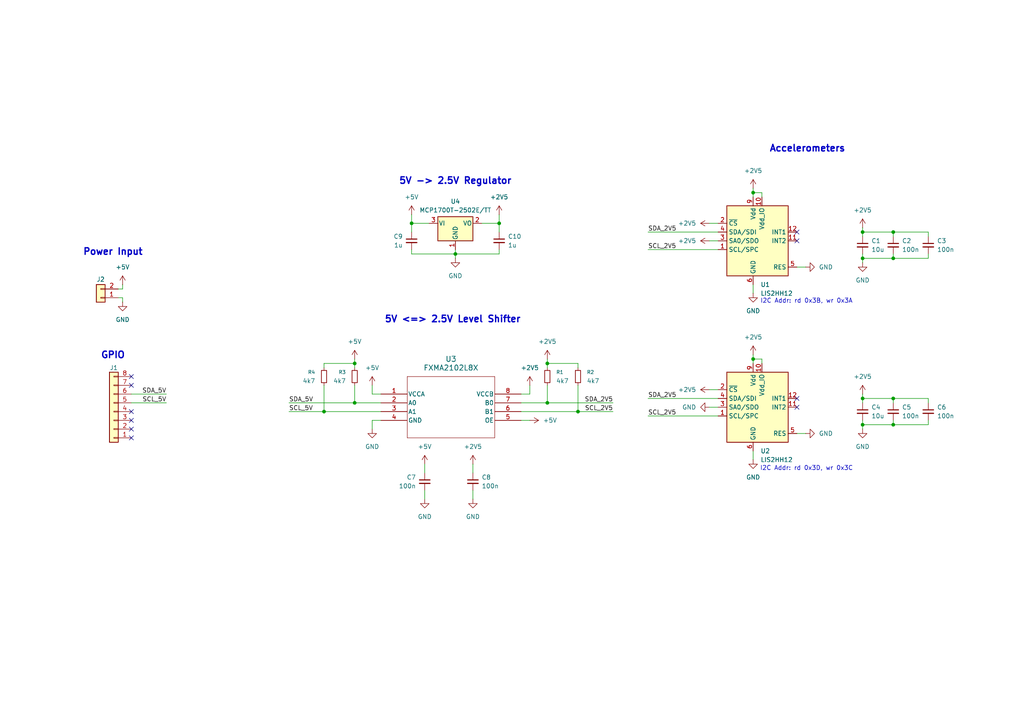
<source format=kicad_sch>
(kicad_sch (version 20250114) (generator "eeschema") (generator_version "9.0")
  (paper "A4")
  (lib_symbols
    (symbol "Connector_Generic:Conn_01x02" (pin_names (offset 1.016) (hide yes))
      (property "Reference" "J" (at 0 2.54 0))
      (property "Value" "Conn_01x02" (at 0 -5.08 0))
      (symbol "Conn_01x02_1_1"
        (rectangle (start -1.27 1.27) (end 1.27 -3.81) (stroke (width 0.254)) (fill (type background)))
        (rectangle (start -1.27 0.127) (end 0 -0.127) (stroke (width 0.1524)))
        (rectangle (start -1.27 -2.413) (end 0 -2.667) (stroke (width 0.1524)))
        (pin passive line (at -5.08 0 0) (length 3.81) (name "Pin_1") (number "1"))
        (pin passive line (at -5.08 -2.54 0) (length 3.81) (name "Pin_2") (number "2"))
      )
    )
    (symbol "Connector_Generic:Conn_01x08" (pin_names (offset 1.016) (hide yes))
      (property "Reference" "J" (at 0 10.16 0))
      (property "Value" "Conn_01x08" (at 0 -12.7 0))
      (symbol "Conn_01x08_1_1"
        (rectangle (start -1.27 8.89) (end 1.27 -11.43) (stroke (width 0.254)) (fill (type background)))
        (rectangle (start -1.27 7.747) (end 0 7.493) (stroke (width 0.1524)))
        (rectangle (start -1.27 5.207) (end 0 4.953) (stroke (width 0.1524)))
        (rectangle (start -1.27 2.667) (end 0 2.413) (stroke (width 0.1524)))
        (rectangle (start -1.27 0.127) (end 0 -0.127) (stroke (width 0.1524)))
        (rectangle (start -1.27 -2.413) (end 0 -2.667) (stroke (width 0.1524)))
        (rectangle (start -1.27 -4.953) (end 0 -5.207) (stroke (width 0.1524)))
        (rectangle (start -1.27 -7.493) (end 0 -7.747) (stroke (width 0.1524)))
        (rectangle (start -1.27 -10.033) (end 0 -10.287) (stroke (width 0.1524)))
        (pin passive line (at -5.08 7.62 0) (length 3.81) (name "Pin_1") (number "1"))
        (pin passive line (at -5.08 5.08 0) (length 3.81) (name "Pin_2") (number "2"))
        (pin passive line (at -5.08 2.54 0) (length 3.81) (name "Pin_3") (number "3"))
        (pin passive line (at -5.08 0 0) (length 3.81) (name "Pin_4") (number "4"))
        (pin passive line (at -5.08 -2.54 0) (length 3.81) (name "Pin_5") (number "5"))
        (pin passive line (at -5.08 -5.08 0) (length 3.81) (name "Pin_6") (number "6"))
        (pin passive line (at -5.08 -7.62 0) (length 3.81) (name "Pin_7") (number "7"))
        (pin passive line (at -5.08 -10.16 0) (length 3.81) (name "Pin_8") (number "8"))
      )
    )
    (symbol "Device:C_Small" (pin_numbers (hide yes)) (pin_names (offset 0.254) (hide yes))
      (property "Reference" "C" (at 0.254 1.778 0))
      (property "Value" "C_Small" (at 0.254 -2.032 0))
      (symbol "C_Small_0_1"
        (polyline (pts (xy -1.524 0.508) (xy 1.524 0.508)) (stroke (width 0.3048)))
        (polyline (pts (xy -1.524 -0.508) (xy 1.524 -0.508)) (stroke (width 0.3302)))
      )
      (symbol "C_Small_1_1"
        (pin passive line (at 0 2.54 270) (length 2.032) (name "~") (number "1"))
        (pin passive line (at 0 -2.54 90) (length 2.032) (name "~") (number "2"))
      )
    )
    (symbol "Device:R_Small" (pin_numbers (hide yes)) (pin_names (offset 0.254) (hide yes))
      (property "Reference" "R" (at 0 0 90))
      (property "Value" "R_Small" (at 1.778 0 90))
      (symbol "R_Small_0_1"
        (rectangle (start -0.762 1.778) (end 0.762 -1.778) (stroke (width 0.2032)))
      )
      (symbol "R_Small_1_1"
        (pin passive line (at 0 2.54 270) (length 0.762) (name "~") (number "1"))
        (pin passive line (at 0 -2.54 90) (length 0.762) (name "~") (number "2"))
      )
    )
    (symbol "FXMA2102L8X:FXMA2102L8X" (pin_names (offset 0.254))
      (property "Reference" "U" (at 20.32 10.16 0))
      (property "Value" "FXMA2102L8X" (at 20.32 7.62 0))
      (symbol "FXMA2102L8X_0_1"
        (polyline (pts (xy 7.62 5.08) (xy 7.62 -12.7)) (stroke (width 0.127)))
        (polyline (pts (xy 7.62 -12.7) (xy 33.02 -12.7)) (stroke (width 0.127)))
        (polyline (pts (xy 33.02 5.08) (xy 7.62 5.08)) (stroke (width 0.127)))
        (polyline (pts (xy 33.02 -12.7) (xy 33.02 5.08)) (stroke (width 0.127)))
        (pin power_in line (at 0 0 0) (length 7.62) (name "VCCA") (number "1"))
        (pin bidirectional line (at 0 -2.54 0) (length 7.62) (name "A0") (number "2"))
        (pin bidirectional line (at 0 -5.08 0) (length 7.62) (name "A1") (number "3"))
        (pin power_out line (at 0 -7.62 0) (length 7.62) (name "GND") (number "4"))
        (pin power_in line (at 40.64 0 180) (length 7.62) (name "VCCB") (number "8"))
        (pin bidirectional line (at 40.64 -2.54 180) (length 7.62) (name "B0") (number "7"))
        (pin bidirectional line (at 40.64 -5.08 180) (length 7.62) (name "B1") (number "6"))
        (pin unspecified line (at 40.64 -7.62 180) (length 7.62) (name "OE") (number "5"))
      )
    )
    (symbol "Regulator_Linear:MCP1700x-250xxTT" (pin_names (offset 0.254))
      (property "Reference" "U" (at -3.81 3.175 0))
      (property "Value" "MCP1700x-250xxTT" (at 0 3.175 0))
      (symbol "MCP1700x-250xxTT_0_1"
        (rectangle (start -5.08 1.905) (end 5.08 -5.08) (stroke (width 0.254)) (fill (type background)))
      )
      (symbol "MCP1700x-250xxTT_1_1"
        (pin power_in line (at -7.62 0 0) (length 2.54) (name "VI") (number "3"))
        (pin power_in line (at 0 -7.62 90) (length 2.54) (name "GND") (number "1"))
        (pin power_out line (at 7.62 0 180) (length 2.54) (name "VO") (number "2"))
      )
    )
    (symbol "Sensor_Motion:LIS2HH12"
      (property "Reference" "U" (at -5.08 11.43 0))
      (property "Value" "LIS2HH12" (at 3.81 11.43 0))
      (symbol "LIS2HH12_0_1"
        (rectangle (start -7.62 10.16) (end 10.16 -10.16) (stroke (width 0.254)) (fill (type background)))
      )
      (symbol "LIS2HH12_1_1"
        (pin input line (at -10.16 5.08 0) (length 2.54) (name "~{CS}") (number "2"))
        (pin bidirectional line (at -10.16 2.54 0) (length 2.54) (name "SDA/SDI") (number "4"))
        (pin bidirectional line (at -10.16 0 0) (length 2.54) (name "SA0/SDO") (number "3"))
        (pin input line (at -10.16 -2.54 0) (length 2.54) (name "SCL/SPC") (number "1"))
        (pin power_in line (at 0 12.7 270) (length 2.54) (name "Vdd") (number "9"))
        (pin power_in line (at 0 -12.7 90) (length 2.54) (name "GND") (number "6"))
        (pin passive line (at 0 -12.7 90) (length 2.54) (hide yes) (name "GND") (number "7"))
        (pin passive line (at 0 -12.7 90) (length 2.54) (hide yes) (name "GND") (number "8"))
        (pin power_in line (at 2.54 12.7 270) (length 2.54) (name "Vdd_IO") (number "10"))
        (pin output line (at 12.7 2.54 180) (length 2.54) (name "INT1") (number "12"))
        (pin output line (at 12.7 0 180) (length 2.54) (name "INT2") (number "11"))
        (pin passive line (at 12.7 -7.62 180) (length 2.54) (name "RES") (number "5"))
      )
    )
    (symbol "power:+2V5" (power) (pin_numbers (hide yes)) (pin_names (offset 0) (hide yes))
      (property "Value" "+2V5" (at 0 3.556 0))
      (symbol "+2V5_0_1"
        (polyline (pts (xy -0.762 1.27) (xy 0 2.54)))
        (polyline (pts (xy 0 2.54) (xy 0.762 1.27)))
        (polyline (pts (xy 0 0) (xy 0 2.54)))
      )
      (symbol "+2V5_1_1"
        (pin power_in line (at 0 0 90) (length 0) (name "~") (number "1"))
      )
    )
    (symbol "power:+5V" (power) (pin_numbers (hide yes)) (pin_names (offset 0) (hide yes))
      (property "Value" "+5V" (at 0 3.556 0))
      (symbol "+5V_0_1"
        (polyline (pts (xy -0.762 1.27) (xy 0 2.54)))
        (polyline (pts (xy 0 2.54) (xy 0.762 1.27)))
        (polyline (pts (xy 0 0) (xy 0 2.54)))
      )
      (symbol "+5V_1_1"
        (pin power_in line (at 0 0 90) (length 0) (name "~") (number "1"))
      )
    )
    (symbol "power:GND" (power) (pin_numbers (hide yes)) (pin_names (offset 0) (hide yes))
      (property "Value" "GND" (at 0 -3.81 0))
      (symbol "GND_0_1"
        (polyline (pts (xy 0 0) (xy 0 -1.27) (xy 1.27 -1.27) (xy 0 -2.54) (xy -1.27 -1.27) (xy 0 -1.27)))
      )
      (symbol "GND_1_1"
        (pin power_in line (at 0 0 270) (length 0) (name "~") (number "1"))
      )
    )
  )
  (text "Accelerometers" (at 234.188 43.18 0) (effects (font (size 1.905 1.905) (thickness 0.381) (bold yes))))
  (text "5V <=> 2.5V Level Shifter" (at 131.318 92.71 0) (effects (font (size 1.905 1.905) (thickness 0.381) (bold yes))))
  (text "5V -> 2.5V Regulator" (at 132.08 52.578 0) (effects (font (size 1.905 1.905) (thickness 0.381) (bold yes))))
  (text "GPIO" (at 32.766 103.124 0) (effects (font (size 1.905 1.905) (thickness 0.381) (bold yes))))
  (text "I2C Addr: rd 0x3D, wr 0x3C" (at 233.934 135.89 0) (effects (font (size 1.27 1.27))))
  (text "I2C Addr: rd 0x3B, wr 0x3A" (at 233.934 87.376 0) (effects (font (size 1.27 1.27))))
  (text "Power Input" (at 32.766 73.152 0) (effects (font (size 1.905 1.905) (thickness 0.381) (bold yes))))
  (junction (at 259.08 67.31))
  (junction (at 102.87 116.84))
  (junction (at 250.19 74.93))
  (junction (at 93.98 119.38))
  (junction (at 250.19 67.31))
  (junction (at 119.38 64.77))
  (junction (at 259.08 123.19))
  (junction (at 218.44 104.14))
  (junction (at 250.19 123.19))
  (junction (at 167.64 119.38))
  (junction (at 158.75 116.84))
  (junction (at 144.78 64.77))
  (junction (at 158.75 105.41))
  (junction (at 102.87 105.41))
  (junction (at 250.19 115.57))
  (junction (at 132.08 73.66))
  (junction (at 259.08 74.93))
  (junction (at 218.44 55.88))
  (junction (at 259.08 115.57))
  (no_connect (at 38.1 127))
  (no_connect (at 231.14 67.31))
  (no_connect (at 231.14 118.11))
  (no_connect (at 38.1 124.46))
  (no_connect (at 38.1 119.38))
  (no_connect (at 38.1 109.22))
  (no_connect (at 38.1 111.76))
  (no_connect (at 38.1 121.92))
  (no_connect (at 231.14 115.57))
  (no_connect (at 231.14 69.85))
  (wire (pts (xy 137.16 134.62) (xy 137.16 137.16)))
  (wire (pts (xy 144.78 67.31) (xy 144.78 64.77)))
  (wire (pts (xy 205.74 64.77) (xy 208.28 64.77)))
  (wire (pts (xy 119.38 67.31) (xy 119.38 64.77)))
  (wire (pts (xy 220.98 104.14) (xy 220.98 105.41)))
  (wire (pts (xy 187.96 72.39) (xy 208.28 72.39)))
  (wire (pts (xy 48.26 114.3) (xy 38.1 114.3)))
  (wire (pts (xy 220.98 55.88) (xy 220.98 57.15)))
  (wire (pts (xy 218.44 130.81) (xy 218.44 133.35)))
  (wire (pts (xy 107.95 121.92) (xy 107.95 124.46)))
  (wire (pts (xy 269.24 115.57) (xy 259.08 115.57)))
  (wire (pts (xy 259.08 67.31) (xy 259.08 68.58)))
  (wire (pts (xy 218.44 104.14) (xy 220.98 104.14)))
  (wire (pts (xy 205.74 113.03) (xy 208.28 113.03)))
  (wire (pts (xy 132.08 73.66) (xy 132.08 74.93)))
  (wire (pts (xy 250.19 115.57) (xy 250.19 114.3)))
  (wire (pts (xy 102.87 111.76) (xy 102.87 116.84)))
  (wire (pts (xy 259.08 121.92) (xy 259.08 123.19)))
  (wire (pts (xy 34.29 83.82) (xy 35.56 83.82)))
  (wire (pts (xy 167.64 105.41) (xy 167.64 106.68)))
  (wire (pts (xy 151.13 119.38) (xy 167.64 119.38)))
  (wire (pts (xy 259.08 115.57) (xy 250.19 115.57)))
  (wire (pts (xy 151.13 121.92) (xy 153.67 121.92)))
  (wire (pts (xy 34.29 86.36) (xy 35.56 86.36)))
  (wire (pts (xy 132.08 73.66) (xy 119.38 73.66)))
  (wire (pts (xy 218.44 55.88) (xy 218.44 57.15)))
  (wire (pts (xy 205.74 118.11) (xy 208.28 118.11)))
  (wire (pts (xy 187.96 67.31) (xy 208.28 67.31)))
  (wire (pts (xy 119.38 73.66) (xy 119.38 72.39)))
  (wire (pts (xy 93.98 105.41) (xy 93.98 106.68)))
  (wire (pts (xy 153.67 111.76) (xy 153.67 114.3)))
  (wire (pts (xy 250.19 73.66) (xy 250.19 74.93)))
  (wire (pts (xy 132.08 73.66) (xy 144.78 73.66)))
  (wire (pts (xy 93.98 111.76) (xy 93.98 119.38)))
  (wire (pts (xy 231.14 77.47) (xy 233.68 77.47)))
  (wire (pts (xy 132.08 72.39) (xy 132.08 73.66)))
  (wire (pts (xy 35.56 82.55) (xy 35.56 83.82)))
  (wire (pts (xy 187.96 120.65) (xy 208.28 120.65)))
  (wire (pts (xy 218.44 104.14) (xy 218.44 105.41)))
  (wire (pts (xy 218.44 55.88) (xy 220.98 55.88)))
  (wire (pts (xy 259.08 73.66) (xy 259.08 74.93)))
  (wire (pts (xy 102.87 116.84) (xy 83.82 116.84)))
  (wire (pts (xy 102.87 104.14) (xy 102.87 105.41)))
  (wire (pts (xy 158.75 111.76) (xy 158.75 116.84)))
  (wire (pts (xy 250.19 115.57) (xy 250.19 116.84)))
  (wire (pts (xy 218.44 82.55) (xy 218.44 85.09)))
  (wire (pts (xy 158.75 105.41) (xy 158.75 106.68)))
  (wire (pts (xy 250.19 124.46) (xy 250.19 123.19)))
  (wire (pts (xy 269.24 116.84) (xy 269.24 115.57)))
  (wire (pts (xy 110.49 119.38) (xy 93.98 119.38)))
  (wire (pts (xy 205.74 69.85) (xy 208.28 69.85)))
  (wire (pts (xy 110.49 116.84) (xy 102.87 116.84)))
  (wire (pts (xy 107.95 114.3) (xy 110.49 114.3)))
  (wire (pts (xy 250.19 76.2) (xy 250.19 74.93)))
  (wire (pts (xy 250.19 123.19) (xy 259.08 123.19)))
  (wire (pts (xy 269.24 67.31) (xy 259.08 67.31)))
  (wire (pts (xy 250.19 67.31) (xy 250.19 68.58)))
  (wire (pts (xy 167.64 119.38) (xy 177.8 119.38)))
  (wire (pts (xy 167.64 111.76) (xy 167.64 119.38)))
  (wire (pts (xy 123.19 142.24) (xy 123.19 144.78)))
  (wire (pts (xy 250.19 74.93) (xy 259.08 74.93)))
  (wire (pts (xy 250.19 67.31) (xy 250.19 66.04)))
  (wire (pts (xy 259.08 115.57) (xy 259.08 116.84)))
  (wire (pts (xy 38.1 116.84) (xy 48.26 116.84)))
  (wire (pts (xy 187.96 115.57) (xy 208.28 115.57)))
  (wire (pts (xy 123.19 134.62) (xy 123.19 137.16)))
  (wire (pts (xy 107.95 111.76) (xy 107.95 114.3)))
  (wire (pts (xy 231.14 125.73) (xy 233.68 125.73)))
  (wire (pts (xy 119.38 62.23) (xy 119.38 64.77)))
  (wire (pts (xy 119.38 64.77) (xy 124.46 64.77)))
  (wire (pts (xy 139.7 64.77) (xy 144.78 64.77)))
  (wire (pts (xy 110.49 121.92) (xy 107.95 121.92)))
  (wire (pts (xy 102.87 105.41) (xy 93.98 105.41)))
  (wire (pts (xy 269.24 74.93) (xy 269.24 73.66)))
  (wire (pts (xy 93.98 119.38) (xy 83.82 119.38)))
  (wire (pts (xy 250.19 121.92) (xy 250.19 123.19)))
  (wire (pts (xy 158.75 104.14) (xy 158.75 105.41)))
  (wire (pts (xy 151.13 114.3) (xy 153.67 114.3)))
  (wire (pts (xy 218.44 54.61) (xy 218.44 55.88)))
  (wire (pts (xy 259.08 67.31) (xy 250.19 67.31)))
  (wire (pts (xy 144.78 73.66) (xy 144.78 72.39)))
  (wire (pts (xy 158.75 116.84) (xy 177.8 116.84)))
  (wire (pts (xy 218.44 102.87) (xy 218.44 104.14)))
  (wire (pts (xy 151.13 116.84) (xy 158.75 116.84)))
  (wire (pts (xy 35.56 87.63) (xy 35.56 86.36)))
  (wire (pts (xy 137.16 142.24) (xy 137.16 144.78)))
  (wire (pts (xy 144.78 62.23) (xy 144.78 64.77)))
  (wire (pts (xy 259.08 123.19) (xy 269.24 123.19)))
  (wire (pts (xy 269.24 68.58) (xy 269.24 67.31)))
  (wire (pts (xy 158.75 105.41) (xy 167.64 105.41)))
  (wire (pts (xy 269.24 123.19) (xy 269.24 121.92)))
  (wire (pts (xy 259.08 74.93) (xy 269.24 74.93)))
  (wire (pts (xy 102.87 105.41) (xy 102.87 106.68)))
  (label "SCL_2V5" (at 187.96 120.65 0))
  (label "SCL_5V" (at 48.26 116.84 180))
  (label "SDA_2V5" (at 187.96 67.31 0))
  (label "SDA_5V" (at 48.26 114.3 180))
  (label "SCL_5V" (at 83.82 119.38 0))
  (label "SDA_2V5" (at 177.8 116.84 180))
  (label "SCL_2V5" (at 187.96 72.39 0))
  (label "SDA_2V5" (at 187.96 115.57 0))
  (label "SDA_5V" (at 83.82 116.84 0))
  (label "SCL_2V5" (at 177.8 119.38 180))
  (symbol (lib_id "power:+2V5") (at 205.74 69.85 90) (unit 1)
    (property "Reference" "#PWR013" (effects (hide yes)))
    (property "Value" "+2V5" (at 201.93 69.8499 90) (effects (justify left)))
    (property "Description" "Power symbol creates a global label with name \"+2V5\"" (effects (hide yes)))
  )
  (symbol (lib_id "power:GND") (at 35.56 87.63 0) (unit 1)
    (property "Reference" "#PWR029" (effects (hide yes)))
    (property "Value" "GND" (at 35.56 92.71 0))
    (property "Description" "Power symbol creates a global label with name \"GND\" , ground" (effects (hide yes)))
  )
  (symbol (lib_id "power:+5V") (at 102.87 104.14 0) (unit 1)
    (property "Reference" "#PWR024" (effects (hide yes)))
    (property "Value" "+5V" (at 102.87 99.06 0))
    (property "Description" "Power symbol creates a global label with name \"+5V\"" (effects (hide yes)))
  )
  (symbol (lib_id "Connector_Generic:Conn_01x02") (at 29.21 86.36 180) (unit 1)
    (property "Reference" "J2" (at 29.21 81.026 0))
    (property "Value" "Conn_01x02" (effects (hide yes)))
    (property "Footprint" "Connector_PinSocket_1.00mm:PinSocket_1x02_P1.00mm_Vertical" (effects (hide yes)))
    (property "Description" "Generic connector, single row, 01x02, script generated (kicad-library-utils/schlib/autogen/connector/)" (effects (hide yes)))
  )
  (symbol (lib_id "power:GND") (at 205.74 118.11 270) (unit 1)
    (property "Reference" "#PWR014" (effects (hide yes)))
    (property "Value" "GND" (at 201.93 118.1099 90) (effects (justify right)))
    (property "Description" "Power symbol creates a global label with name \"GND\" , ground" (effects (hide yes)))
  )
  (symbol (lib_id "power:+2V5") (at 205.74 113.03 90) (unit 1)
    (property "Reference" "#PWR011" (effects (hide yes)))
    (property "Value" "+2V5" (at 201.93 113.0299 90) (effects (justify left)))
    (property "Description" "Power symbol creates a global label with name \"+2V5\"" (effects (hide yes)))
  )
  (symbol (lib_id "power:GND") (at 250.19 76.2 0) (unit 1)
    (property "Reference" "#PWR04" (effects (hide yes)))
    (property "Value" "GND" (at 250.19 81.28 0))
    (property "Description" "Power symbol creates a global label with name \"GND\" , ground" (effects (hide yes)))
  )
  (symbol (lib_id "Device:C_Small") (at 250.19 71.12 0) (mirror y) (unit 1)
    (property "Reference" "C1" (at 252.73 69.8562 0) (effects (justify right)))
    (property "Value" "10u" (at 252.73 72.3962 0) (effects (justify right)))
    (property "Footprint" "Capacitor_SMD:C_0402_1005Metric" (effects (hide yes)))
    (property "Description" "Unpolarized capacitor, small symbol" (effects (hide yes)))
  )
  (symbol (lib_id "power:GND") (at 137.16 144.78 0) (mirror y) (unit 1)
    (property "Reference" "#PWR022" (effects (hide yes)))
    (property "Value" "GND" (at 137.16 149.86 0))
    (property "Description" "Power symbol creates a global label with name \"GND\" , ground" (effects (hide yes)))
  )
  (symbol (lib_id "Connector_Generic:Conn_01x08") (at 33.02 119.38 180) (unit 1)
    (property "Reference" "J1" (at 33.02 106.68 0))
    (property "Value" "Conn_01x08" (effects (hide yes)))
    (property "Footprint" "Connector_PinSocket_1.00mm:PinSocket_1x08_P1.00mm_Vertical" (effects (hide yes)))
    (property "Description" "Generic connector, single row, 01x08, script generated (kicad-library-utils/schlib/autogen/connector/)" (effects (hide yes)))
  )
  (symbol (lib_id "power:+5V") (at 123.19 134.62 0) (unit 1)
    (property "Reference" "#PWR019" (effects (hide yes)))
    (property "Value" "+5V" (at 123.19 129.54 0))
    (property "Description" "Power symbol creates a global label with name \"+5V\"" (effects (hide yes)))
  )
  (symbol (lib_id "Device:R_Small") (at 93.98 109.22 0) (mirror y) (unit 1)
    (property "Reference" "R4" (at 91.44 107.9499 0) (effects (font (size 1.016 1.016)) (justify left)))
    (property "Value" "4k7" (at 91.44 110.4899 0) (effects (justify left)))
    (property "Footprint" "Resistor_SMD:R_0402_1005Metric" (effects (hide yes)))
    (property "Description" "Resistor, small symbol" (effects (hide yes)))
  )
  (symbol (lib_id "power:+2V5") (at 158.75 104.14 0) (unit 1)
    (property "Reference" "#PWR023" (effects (hide yes)))
    (property "Value" "+2V5" (at 158.75 99.06 0))
    (property "Description" "Power symbol creates a global label with name \"+2V5\"" (effects (hide yes)))
  )
  (symbol (lib_id "Device:C_Small") (at 137.16 139.7 0) (mirror y) (unit 1)
    (property "Reference" "C8" (at 139.7 138.4362 0) (effects (justify right)))
    (property "Value" "100n" (at 139.7 140.9762 0) (effects (justify right)))
    (property "Footprint" "Capacitor_SMD:C_0402_1005Metric" (effects (hide yes)))
    (property "Description" "Unpolarized capacitor, small symbol" (effects (hide yes)))
  )
  (symbol (lib_id "power:+5V") (at 107.95 111.76 0) (unit 1)
    (property "Reference" "#PWR016" (effects (hide yes)))
    (property "Value" "+5V" (at 107.95 106.68 0))
    (property "Description" "Power symbol creates a global label with name \"+5V\"" (effects (hide yes)))
  )
  (symbol (lib_id "Device:C_Small") (at 123.19 139.7 0) (unit 1)
    (property "Reference" "C7" (at 120.65 138.4362 0) (effects (justify right)))
    (property "Value" "100n" (at 120.65 140.9762 0) (effects (justify right)))
    (property "Footprint" "Capacitor_SMD:C_0402_1005Metric" (effects (hide yes)))
    (property "Description" "Unpolarized capacitor, small symbol" (effects (hide yes)))
  )
  (symbol (lib_id "Regulator_Linear:MCP1700x-250xxTT") (at 132.08 64.77 0) (unit 1)
    (property "Reference" "U4" (at 132.08 58.42 0))
    (property "Value" "MCP1700T-2502E/TT" (at 132.08 60.96 0))
    (property "Footprint" "Package_TO_SOT_SMD:SOT-23" (effects (hide yes)))
    (property "Datasheet" "http://ww1.microchip.com/downloads/en/DeviceDoc/20001826D.pdf" (effects (hide yes)))
    (property "Description" "250mA Low Quiscent Current LDO, 2.5V output, SOT-23" (effects (hide yes)))
  )
  (symbol (lib_id "Device:R_Small") (at 102.87 109.22 0) (mirror y) (unit 1)
    (property "Reference" "R3" (at 100.33 107.9499 0) (effects (font (size 1.016 1.016)) (justify left)))
    (property "Value" "4k7" (at 100.33 110.4899 0) (effects (justify left)))
    (property "Footprint" "Resistor_SMD:R_0402_1005Metric" (effects (hide yes)))
    (property "Description" "Resistor, small symbol" (effects (hide yes)))
  )
  (symbol (lib_id "power:+2V5") (at 205.74 64.77 90) (unit 1)
    (property "Reference" "#PWR012" (effects (hide yes)))
    (property "Value" "+2V5" (at 201.93 64.7699 90) (effects (justify left)))
    (property "Description" "Power symbol creates a global label with name \"+2V5\"" (effects (hide yes)))
  )
  (symbol (lib_id "power:GND") (at 218.44 85.09 0) (unit 1)
    (property "Reference" "#PWR02" (effects (hide yes)))
    (property "Value" "GND" (at 218.44 90.17 0))
    (property "Description" "Power symbol creates a global label with name \"GND\" , ground" (effects (hide yes)))
  )
  (symbol (lib_id "power:+2V5") (at 250.19 114.3 0) (unit 1)
    (property "Reference" "#PWR09" (effects (hide yes)))
    (property "Value" "+2V5" (at 250.19 109.22 0))
    (property "Description" "Power symbol creates a global label with name \"+2V5\"" (effects (hide yes)))
  )
  (symbol (lib_id "power:+5V") (at 35.56 82.55 0) (unit 1)
    (property "Reference" "#PWR028" (effects (hide yes)))
    (property "Value" "+5V" (at 35.56 77.47 0))
    (property "Description" "Power symbol creates a global label with name \"+5V\"" (effects (hide yes)))
  )
  (symbol (lib_id "power:+2V5") (at 137.16 134.62 0) (unit 1)
    (property "Reference" "#PWR021" (effects (hide yes)))
    (property "Value" "+2V5" (at 137.16 129.54 0))
    (property "Description" "Power symbol creates a global label with name \"+2V5\"" (effects (hide yes)))
  )
  (symbol (lib_id "Device:R_Small") (at 167.64 109.22 0) (unit 1)
    (property "Reference" "R2" (at 170.18 107.9499 0) (effects (font (size 1.016 1.016)) (justify left)))
    (property "Value" "4k7" (at 170.18 110.4899 0) (effects (justify left)))
    (property "Footprint" "Resistor_SMD:R_0402_1005Metric" (effects (hide yes)))
    (property "Description" "Resistor, small symbol" (effects (hide yes)))
  )
  (symbol (lib_id "Sensor_Motion:LIS2HH12") (at 218.44 69.85 0) (unit 1)
    (property "Reference" "U1" (at 220.5833 82.55 0) (effects (justify left)))
    (property "Value" "LIS2HH12" (at 220.5833 85.09 0) (effects (justify left)))
    (property "Footprint" "Package_LGA:LGA-12_2x2mm_P0.5mm" (effects (hide yes)))
    (property "Datasheet" "www.st.com/resource/en/datasheet/lis2hh12.pdf" (effects (hide yes)))
    (property "Description" "3-Axis Accelerometer, 2/4/8g range, I2C/SPI interface" (effects (hide yes)))
  )
  (symbol (lib_id "power:+2V5") (at 153.67 111.76 0) (unit 1)
    (property "Reference" "#PWR015" (effects (hide yes)))
    (property "Value" "+2V5" (at 153.67 106.68 0))
    (property "Description" "Power symbol creates a global label with name \"+2V5\"" (effects (hide yes)))
  )
  (symbol (lib_id "power:GND") (at 218.44 133.35 0) (unit 1)
    (property "Reference" "#PWR07" (effects (hide yes)))
    (property "Value" "GND" (at 218.44 138.43 0))
    (property "Description" "Power symbol creates a global label with name \"GND\" , ground" (effects (hide yes)))
  )
  (symbol (lib_id "Device:C_Small") (at 144.78 69.85 0) (mirror y) (unit 1)
    (property "Reference" "C10" (at 147.32 68.5862 0) (effects (justify right)))
    (property "Value" "1u" (at 147.32 71.1262 0) (effects (justify right)))
    (property "Footprint" "Capacitor_SMD:C_0402_1005Metric" (effects (hide yes)))
    (property "Description" "Unpolarized capacitor, small symbol" (effects (hide yes)))
  )
  (symbol (lib_id "FXMA2102L8X:FXMA2102L8X") (at 110.49 114.3 0) (unit 1)
    (property "Reference" "U3" (at 130.81 104.14 0) (effects (font (size 1.524 1.524))))
    (property "Value" "FXMA2102L8X" (at 130.81 106.68 0) (effects (font (size 1.524 1.524))))
    (property "Footprint" "FXMA2102L8X:MICROPAK8_1P6X1P6_ONS" (effects (hide yes)))
    (property "Datasheet" "FXMA2102L8X" (effects (hide yes)))
  )
  (symbol (lib_id "Device:C_Small") (at 259.08 71.12 0) (mirror y) (unit 1)
    (property "Reference" "C2" (at 261.62 69.8562 0) (effects (justify right)))
    (property "Value" "100n" (at 261.62 72.3962 0) (effects (justify right)))
    (property "Footprint" "Capacitor_SMD:C_0402_1005Metric" (effects (hide yes)))
    (property "Description" "Unpolarized capacitor, small symbol" (effects (hide yes)))
  )
  (symbol (lib_id "Device:C_Small") (at 259.08 119.38 0) (mirror y) (unit 1)
    (property "Reference" "C5" (at 261.62 118.1162 0) (effects (justify right)))
    (property "Value" "100n" (at 261.62 120.6562 0) (effects (justify right)))
    (property "Footprint" "Capacitor_SMD:C_0402_1005Metric" (effects (hide yes)))
    (property "Description" "Unpolarized capacitor, small symbol" (effects (hide yes)))
  )
  (symbol (lib_id "power:GND") (at 250.19 124.46 0) (unit 1)
    (property "Reference" "#PWR010" (effects (hide yes)))
    (property "Value" "GND" (at 250.19 129.54 0))
    (property "Description" "Power symbol creates a global label with name \"GND\" , ground" (effects (hide yes)))
  )
  (symbol (lib_id "power:+2V5") (at 250.19 66.04 0) (unit 1)
    (property "Reference" "#PWR03" (effects (hide yes)))
    (property "Value" "+2V5" (at 250.19 60.96 0))
    (property "Description" "Power symbol creates a global label with name \"+2V5\"" (effects (hide yes)))
  )
  (symbol (lib_id "Device:C_Small") (at 119.38 69.85 0) (unit 1)
    (property "Reference" "C9" (at 116.84 68.5862 0) (effects (justify right)))
    (property "Value" "1u" (at 116.84 71.1262 0) (effects (justify right)))
    (property "Footprint" "Capacitor_SMD:C_0402_1005Metric" (effects (hide yes)))
    (property "Description" "Unpolarized capacitor, small symbol" (effects (hide yes)))
  )
  (symbol (lib_id "Sensor_Motion:LIS2HH12") (at 218.44 118.11 0) (unit 1)
    (property "Reference" "U2" (at 220.5833 130.81 0) (effects (justify left)))
    (property "Value" "LIS2HH12" (at 220.5833 133.35 0) (effects (justify left)))
    (property "Footprint" "Package_LGA:LGA-12_2x2mm_P0.5mm" (effects (hide yes)))
    (property "Datasheet" "www.st.com/resource/en/datasheet/lis2hh12.pdf" (effects (hide yes)))
    (property "Description" "3-Axis Accelerometer, 2/4/8g range, I2C/SPI interface" (effects (hide yes)))
  )
  (symbol (lib_id "Device:C_Small") (at 269.24 119.38 0) (mirror y) (unit 1)
    (property "Reference" "C6" (at 271.78 118.1162 0) (effects (justify right)))
    (property "Value" "100n" (at 271.78 120.6562 0) (effects (justify right)))
    (property "Footprint" "Capacitor_SMD:C_0402_1005Metric" (effects (hide yes)))
    (property "Description" "Unpolarized capacitor, small symbol" (effects (hide yes)))
  )
  (symbol (lib_id "power:+5V") (at 119.38 62.23 0) (unit 1)
    (property "Reference" "#PWR026" (effects (hide yes)))
    (property "Value" "+5V" (at 119.38 57.15 0))
    (property "Description" "Power symbol creates a global label with name \"+5V\"" (effects (hide yes)))
  )
  (symbol (lib_id "power:GND") (at 233.68 77.47 90) (unit 1)
    (property "Reference" "#PWR05" (effects (hide yes)))
    (property "Value" "GND" (at 237.49 77.4699 90) (effects (justify right)))
    (property "Description" "Power symbol creates a global label with name \"GND\" , ground" (effects (hide yes)))
  )
  (symbol (lib_id "power:+2V5") (at 144.78 62.23 0) (unit 1)
    (property "Reference" "#PWR027" (effects (hide yes)))
    (property "Value" "+2V5" (at 144.78 57.15 0))
    (property "Description" "Power symbol creates a global label with name \"+2V5\"" (effects (hide yes)))
  )
  (symbol (lib_id "power:+2V5") (at 218.44 102.87 0) (unit 1)
    (property "Reference" "#PWR06" (effects (hide yes)))
    (property "Value" "+2V5" (at 218.44 97.79 0))
    (property "Description" "Power symbol creates a global label with name \"+2V5\"" (effects (hide yes)))
  )
  (symbol (lib_id "Device:C_Small") (at 269.24 71.12 0) (mirror y) (unit 1)
    (property "Reference" "C3" (at 271.78 69.8562 0) (effects (justify right)))
    (property "Value" "100n" (at 271.78 72.3962 0) (effects (justify right)))
    (property "Footprint" "Capacitor_SMD:C_0402_1005Metric" (effects (hide yes)))
    (property "Description" "Unpolarized capacitor, small symbol" (effects (hide yes)))
  )
  (symbol (lib_id "power:GND") (at 123.19 144.78 0) (unit 1)
    (property "Reference" "#PWR020" (effects (hide yes)))
    (property "Value" "GND" (at 123.19 149.86 0))
    (property "Description" "Power symbol creates a global label with name \"GND\" , ground" (effects (hide yes)))
  )
  (symbol (lib_id "Device:R_Small") (at 158.75 109.22 0) (unit 1)
    (property "Reference" "R1" (at 161.29 107.9499 0) (effects (font (size 1.016 1.016)) (justify left)))
    (property "Value" "4k7" (at 161.29 110.4899 0) (effects (justify left)))
    (property "Footprint" "Resistor_SMD:R_0402_1005Metric" (effects (hide yes)))
    (property "Description" "Resistor, small symbol" (effects (hide yes)))
  )
  (symbol (lib_id "power:GND") (at 132.08 74.93 0) (unit 1)
    (property "Reference" "#PWR025" (effects (hide yes)))
    (property "Value" "GND" (at 132.08 80.01 0))
    (property "Description" "Power symbol creates a global label with name \"GND\" , ground" (effects (hide yes)))
  )
  (symbol (lib_id "power:+2V5") (at 218.44 54.61 0) (unit 1)
    (property "Reference" "#PWR01" (effects (hide yes)))
    (property "Value" "+2V5" (at 218.44 49.53 0))
    (property "Description" "Power symbol creates a global label with name \"+2V5\"" (effects (hide yes)))
  )
  (symbol (lib_id "power:GND") (at 107.95 124.46 0) (unit 1)
    (property "Reference" "#PWR017" (effects (hide yes)))
    (property "Value" "GND" (at 107.95 129.54 0))
    (property "Description" "Power symbol creates a global label with name \"GND\" , ground" (effects (hide yes)))
  )
  (symbol (lib_id "power:+5V") (at 153.67 121.92 270) (unit 1)
    (property "Reference" "#PWR018" (effects (hide yes)))
    (property "Value" "+5V" (at 157.48 121.9199 90) (effects (justify left)))
    (property "Description" "Power symbol creates a global label with name \"+5V\"" (effects (hide yes)))
  )
  (symbol (lib_id "power:GND") (at 233.68 125.73 90) (unit 1)
    (property "Reference" "#PWR08" (effects (hide yes)))
    (property "Value" "GND" (at 237.49 125.7299 90) (effects (justify right)))
    (property "Description" "Power symbol creates a global label with name \"GND\" , ground" (effects (hide yes)))
  )
  (symbol (lib_id "Device:C_Small") (at 250.19 119.38 0) (mirror y) (unit 1)
    (property "Reference" "C4" (at 252.73 118.1162 0) (effects (justify right)))
    (property "Value" "10u" (at 252.73 120.6562 0) (effects (justify right)))
    (property "Footprint" "Capacitor_SMD:C_0402_1005Metric" (effects (hide yes)))
    (property "Description" "Unpolarized capacitor, small symbol" (effects (hide yes)))
  )
)
</source>
